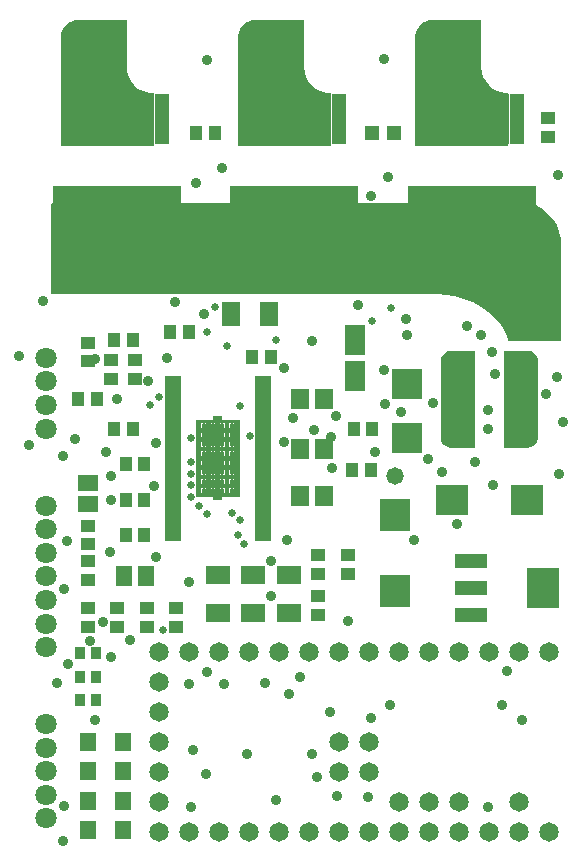
<source format=gts>
G04 Layer_Color=8388736*
%FSAX44Y44*%
%MOMM*%
G71*
G01*
G75*
%ADD43R,1.4224X1.6256*%
%ADD44R,1.5532X1.7532*%
%ADD45R,1.4732X0.5080*%
%ADD46R,1.1032X1.2032*%
%ADD47R,1.3532X1.6532*%
%ADD48R,1.5532X2.1032*%
%ADD49R,0.9032X1.1032*%
%ADD50R,2.7032X1.2032*%
%ADD51R,2.7032X3.5032*%
%ADD52R,2.5032X2.5032*%
%ADD53R,2.6032X2.8032*%
%ADD54R,1.2032X1.1032*%
%ADD55R,2.1032X1.5532*%
%ADD56R,1.6532X1.3532*%
%ADD57R,2.8032X2.6032*%
%ADD58R,1.7532X2.6032*%
G04:AMPARAMS|DCode=59|XSize=2.9032mm|YSize=8.2032mm|CornerRadius=1.4516mm|HoleSize=0mm|Usage=FLASHONLY|Rotation=0.000|XOffset=0mm|YOffset=0mm|HoleType=Round|Shape=RoundedRectangle|*
%AMROUNDEDRECTD59*
21,1,2.9032,5.3000,0,0,0.0*
21,1,0.0000,8.2032,0,0,0.0*
1,1,2.9032,0.0000,-2.6500*
1,1,2.9032,0.0000,-2.6500*
1,1,2.9032,0.0000,2.6500*
1,1,2.9032,0.0000,2.6500*
%
%ADD59ROUNDEDRECTD59*%
%ADD60R,1.2532X4.3532*%
%ADD61R,10.8032X9.0032*%
%ADD62R,1.3032X1.3032*%
%ADD63C,1.6510*%
%ADD64C,1.8034*%
%ADD65C,0.6604*%
%ADD66C,1.4732*%
%ADD67C,0.9144*%
%ADD68C,0.4572*%
G36*
X00784000Y00852385D02*
X00798685D01*
Y00849559D01*
Y00845559D01*
Y00841685D01*
Y00837685D01*
Y00833811D01*
Y00829811D01*
Y00825937D01*
Y00821937D01*
Y00818063D01*
Y00814063D01*
Y00810189D01*
Y00806189D01*
Y00802315D01*
Y00798315D01*
Y00794441D01*
Y00790441D01*
Y00787615D01*
X00784000D01*
Y00784450D01*
X00776000D01*
Y00787615D01*
X00761315D01*
Y00790441D01*
Y00794441D01*
Y00798315D01*
Y00802315D01*
Y00806189D01*
Y00810189D01*
Y00814063D01*
Y00818063D01*
Y00821937D01*
Y00825937D01*
Y00829811D01*
Y00833811D01*
Y00837685D01*
Y00841685D01*
Y00845559D01*
Y00849559D01*
Y00852385D01*
X00776000D01*
Y00855550D01*
X00784000D01*
Y00852385D01*
D02*
G37*
%LPC*%
G36*
X00785937Y00810189D02*
X00781937D01*
Y00806189D01*
X00785937D01*
Y00810189D01*
D02*
G37*
G36*
X00778063D02*
X00774063D01*
Y00806189D01*
X00778063D01*
Y00810189D01*
D02*
G37*
G36*
X00770189D02*
X00766189D01*
Y00806189D01*
X00770189D01*
Y00810189D01*
D02*
G37*
G36*
X00793811D02*
X00789811D01*
Y00806189D01*
X00793811D01*
Y00810189D01*
D02*
G37*
G36*
X00785937Y00818063D02*
X00781937D01*
Y00814063D01*
X00785937D01*
Y00818063D01*
D02*
G37*
G36*
X00778063D02*
X00774063D01*
Y00814063D01*
X00778063D01*
Y00818063D01*
D02*
G37*
G36*
X00770189D02*
X00766189D01*
Y00814063D01*
X00770189D01*
Y00818063D01*
D02*
G37*
G36*
X00793811Y00802315D02*
X00789811D01*
Y00798315D01*
X00793811D01*
Y00802315D01*
D02*
G37*
G36*
X00785937Y00794441D02*
X00781937D01*
Y00790441D01*
X00785937D01*
Y00794441D01*
D02*
G37*
G36*
X00778063D02*
X00774063D01*
Y00790441D01*
X00778063D01*
Y00794441D01*
D02*
G37*
G36*
X00770189D02*
X00766189D01*
Y00790441D01*
X00770189D01*
Y00794441D01*
D02*
G37*
G36*
X00793811D02*
X00789811D01*
Y00790441D01*
X00793811D01*
Y00794441D01*
D02*
G37*
G36*
X00785937Y00802315D02*
X00781937D01*
Y00798315D01*
X00785937D01*
Y00802315D01*
D02*
G37*
G36*
X00778063D02*
X00774063D01*
Y00798315D01*
X00778063D01*
Y00802315D01*
D02*
G37*
G36*
X00770189D02*
X00766189D01*
Y00798315D01*
X00770189D01*
Y00802315D01*
D02*
G37*
G36*
X00793811Y00818063D02*
X00789811D01*
Y00814063D01*
X00793811D01*
Y00818063D01*
D02*
G37*
G36*
X00785937Y00841685D02*
X00781937D01*
Y00837685D01*
X00785937D01*
Y00841685D01*
D02*
G37*
G36*
X00793811D02*
X00789811D01*
Y00837685D01*
X00793811D01*
Y00841685D01*
D02*
G37*
G36*
X00770189D02*
X00766189D01*
Y00837685D01*
X00770189D01*
Y00841685D01*
D02*
G37*
G36*
X00778063D02*
X00774063D01*
Y00837685D01*
X00778063D01*
Y00841685D01*
D02*
G37*
G36*
X00785937Y00849559D02*
X00781937D01*
Y00845559D01*
X00785937D01*
Y00849559D01*
D02*
G37*
G36*
X00793811D02*
X00789811D01*
Y00845559D01*
X00793811D01*
Y00849559D01*
D02*
G37*
G36*
X00770189D02*
X00766189D01*
Y00845559D01*
X00770189D01*
Y00849559D01*
D02*
G37*
G36*
X00778063D02*
X00774063D01*
Y00845559D01*
X00778063D01*
Y00849559D01*
D02*
G37*
G36*
X00785937Y00825937D02*
X00781937D01*
Y00821937D01*
X00785937D01*
Y00825937D01*
D02*
G37*
G36*
X00793811D02*
X00789811D01*
Y00821937D01*
X00793811D01*
Y00825937D01*
D02*
G37*
G36*
X00770189D02*
X00766189D01*
Y00821937D01*
X00770189D01*
Y00825937D01*
D02*
G37*
G36*
X00778063D02*
X00774063D01*
Y00821937D01*
X00778063D01*
Y00825937D01*
D02*
G37*
G36*
X00785937Y00833811D02*
X00781937D01*
Y00829811D01*
X00785937D01*
Y00833811D01*
D02*
G37*
G36*
X00793811D02*
X00789811D01*
Y00829811D01*
X00793811D01*
Y00833811D01*
D02*
G37*
G36*
X00770189D02*
X00766189D01*
Y00829811D01*
X00770189D01*
Y00833811D01*
D02*
G37*
G36*
X00778063D02*
X00774063D01*
Y00829811D01*
X00778063D01*
Y00833811D01*
D02*
G37*
%LPD*%
G36*
X01045035Y01036015D02*
X01045070Y01036015D01*
X01045101Y01036011D01*
X01045133Y01036009D01*
X01045167Y01036002D01*
X01045201Y01035998D01*
X01045232Y01035989D01*
X01045263Y01035983D01*
X01045296Y01035972D01*
X01045330Y01035963D01*
X01047943Y01035067D01*
X01047968Y01035056D01*
X01047994Y01035048D01*
X01048029Y01035031D01*
X01048065Y01035016D01*
X01048089Y01035002D01*
X01048114Y01034990D01*
X01055317Y01030912D01*
X01055343Y01030895D01*
X01055370Y01030880D01*
X01055399Y01030858D01*
X01055428Y01030839D01*
X01055452Y01030818D01*
X01055477Y01030800D01*
X01059905Y01027018D01*
X01059915Y01027008D01*
X01059925Y01027000D01*
X01059962Y01026962D01*
X01060001Y01026925D01*
X01060009Y01026914D01*
X01060018Y01026905D01*
X01063800Y01022476D01*
X01063808Y01022465D01*
X01063818Y01022456D01*
X01063848Y01022412D01*
X01063880Y01022370D01*
X01063887Y01022358D01*
X01063894Y01022347D01*
X01066937Y01017381D01*
X01066943Y01017370D01*
X01066951Y01017358D01*
X01066975Y01017310D01*
X01066999Y01017263D01*
X01067004Y01017251D01*
X01067010Y01017239D01*
X01069239Y01011858D01*
X01069243Y01011846D01*
X01069248Y01011834D01*
X01069264Y01011783D01*
X01069281Y01011732D01*
X01069284Y01011719D01*
X01069288Y01011706D01*
X01070647Y01006044D01*
X01070650Y01006031D01*
X01070653Y01006018D01*
X01070661Y01005965D01*
X01070670Y01005912D01*
X01070670Y01005899D01*
X01070672Y01005886D01*
X01071015Y01001534D01*
X01071015Y01001494D01*
X01071018Y01001454D01*
Y01000000D01*
X01071018Y01000000D01*
X01071018Y00920000D01*
X01071009Y00919867D01*
X01070983Y00919736D01*
X01070941Y00919610D01*
X01070882Y00919491D01*
X01070808Y00919380D01*
X01070720Y00919280D01*
X01070620Y00919192D01*
X01070509Y00919118D01*
X01070390Y00919059D01*
X01070264Y00919016D01*
X01070133Y00918990D01*
X01070000Y00918982D01*
X01026782D01*
X01026778Y00918982D01*
X01026775Y00918982D01*
X01026711Y00918987D01*
X01026649Y00918990D01*
X01026646Y00918991D01*
X01026642Y00918991D01*
X01026579Y00919005D01*
X01026518Y00919016D01*
X01026515Y00919018D01*
X01026512Y00919018D01*
X01026453Y00919038D01*
X01026392Y00919059D01*
X01026389Y00919061D01*
X01026386Y00919062D01*
X01026331Y00919090D01*
X01026273Y00919118D01*
X01026270Y00919120D01*
X01026267Y00919122D01*
X01026214Y00919158D01*
X01026162Y00919192D01*
X01026160Y00919194D01*
X01026157Y00919196D01*
X01026109Y00919239D01*
X01026062Y00919280D01*
X01026060Y00919283D01*
X01026057Y00919285D01*
X01026016Y00919332D01*
X01025974Y00919380D01*
X01025972Y00919383D01*
X01025970Y00919386D01*
X01025935Y00919440D01*
X01025900Y00919491D01*
X01025899Y00919494D01*
X01025897Y00919497D01*
X01025869Y00919554D01*
X01025841Y00919610D01*
X01025840Y00919614D01*
X01025839Y00919617D01*
X01025819Y00919676D01*
X01025798Y00919736D01*
X01025798Y00919740D01*
X01025797Y00919743D01*
X01025438Y00921121D01*
X01024067Y00925175D01*
X01021669Y00930037D01*
X01018659Y00934542D01*
X01015458Y00938158D01*
X01014298Y00939263D01*
X01014298Y00939263D01*
D01*
X01011716Y00941722D01*
X01003081Y00948126D01*
X00996064Y00952004D01*
X00988647Y00955076D01*
X00980933Y00957299D01*
X00973018Y00958644D01*
X00967006Y00958981D01*
X00965000Y00958981D01*
X00965000D01*
X00965000D01*
X00640000Y00958982D01*
X00639867Y00958990D01*
X00639737Y00959016D01*
X00639610Y00959059D01*
X00639491Y00959118D01*
X00639380Y00959192D01*
X00639280Y00959280D01*
X00639192Y00959380D01*
X00639118Y00959491D01*
X00639059Y00959610D01*
X00639016Y00959736D01*
X00638991Y00959867D01*
X00638982Y00960000D01*
Y01034270D01*
Y01034415D01*
D01*
Y01034415D01*
X00638991Y01034548D01*
X00639016Y01034679D01*
X00639031Y01034721D01*
X00639059Y01034805D01*
X00639059Y01034805D01*
X00639230Y01035218D01*
X00639230Y01035218D01*
X00639289Y01035337D01*
D01*
X00639290Y01035338D01*
X00639363Y01035448D01*
X00639439Y01035534D01*
X00639451Y01035548D01*
X00639451D01*
Y01035548D01*
X00639465Y01035561D01*
X00639551Y01035636D01*
X00639662Y01035710D01*
X00639662Y01035710D01*
D01*
X00639782Y01035769D01*
X00639782Y01035769D01*
X00640195Y01035940D01*
X00640195Y01035940D01*
X00640278Y01035968D01*
X00640321Y01035983D01*
X00640452Y01036009D01*
X00640584Y01036018D01*
X00640584D01*
D01*
X01045000D01*
X01045035Y01036015D01*
D02*
G37*
G36*
X00997133Y00911010D02*
X00997263Y00910984D01*
X00997390Y00910941D01*
X00997509Y00910882D01*
X00997620Y00910808D01*
X00997720Y00910720D01*
X00997808Y00910620D01*
X00997882Y00910509D01*
X00997941Y00910390D01*
X00997983Y00910264D01*
X00998009Y00910133D01*
X00998018Y00910000D01*
Y00830000D01*
X00998009Y00829867D01*
X00997983Y00829736D01*
X00997941Y00829610D01*
X00997882Y00829491D01*
X00997808Y00829380D01*
X00997720Y00829280D01*
X00997620Y00829192D01*
X00997509Y00829118D01*
X00997390Y00829059D01*
X00997263Y00829016D01*
X00997133Y00828990D01*
X00997000Y00828982D01*
X00977008D01*
X00976876Y00828990D01*
X00975409Y00829184D01*
X00975279Y00829210D01*
X00975153Y00829252D01*
X00973328Y00830008D01*
X00973208Y00830067D01*
X00973098Y00830141D01*
X00971531Y00831343D01*
X00971431Y00831431D01*
Y00831431D01*
X00971431D01*
X00971343Y00831531D01*
X00970141Y00833098D01*
X00970067Y00833209D01*
X00970037Y00833269D01*
X00970008Y00833328D01*
X00969252Y00835152D01*
X00969252Y00835153D01*
X00969224Y00835236D01*
X00969210Y00835279D01*
X00969184Y00835409D01*
Y00835409D01*
X00968990Y00836876D01*
X00968982Y00837008D01*
Y00837500D01*
Y00902500D01*
Y00902992D01*
X00968990Y00903124D01*
X00969184Y00904591D01*
X00969210Y00904722D01*
X00969252Y00904848D01*
X00970008Y00906672D01*
X00970067Y00906792D01*
X00970141Y00906902D01*
X00971343Y00908469D01*
X00971431Y00908569D01*
X00971531Y00908657D01*
X00971531Y00908657D01*
X00973098Y00909859D01*
X00973153Y00909896D01*
X00973208Y00909933D01*
X00973328Y00909992D01*
X00975152Y00910748D01*
X00975278Y00910790D01*
X00975409Y00910816D01*
X00976876Y00911010D01*
X00977008Y00911018D01*
X00977008D01*
X00977009D01*
X00977500Y00911018D01*
X00977500Y00911018D01*
X00997000D01*
X00997133Y00911010D01*
D02*
G37*
G36*
X01043124D02*
X01044591Y00910816D01*
X01044721Y00910790D01*
X01044847Y00910748D01*
X01046672Y00909992D01*
X01046792Y00909933D01*
X01046847Y00909896D01*
X01046902Y00909859D01*
X01048469Y00908657D01*
X01048569Y00908569D01*
X01048657Y00908469D01*
X01049859Y00906902D01*
X01049933Y00906792D01*
X01049992Y00906672D01*
X01050748Y00904847D01*
X01050790Y00904721D01*
X01050816Y00904591D01*
X01051010Y00903124D01*
X01051018Y00902992D01*
Y00902500D01*
Y00837500D01*
Y00837008D01*
X01051010Y00836876D01*
X01050816Y00835409D01*
Y00835409D01*
X01050790Y00835279D01*
X01050776Y00835236D01*
X01050748Y00835153D01*
X01050748Y00835152D01*
X01049992Y00833328D01*
X01049963Y00833269D01*
X01049933Y00833209D01*
X01049859Y00833098D01*
X01048657Y00831531D01*
X01048569Y00831431D01*
X01048569D01*
Y00831431D01*
X01048469Y00831343D01*
X01046902Y00830141D01*
X01046792Y00830067D01*
X01046672Y00830008D01*
X01044847Y00829252D01*
X01044721Y00829210D01*
X01044591Y00829184D01*
X01043124Y00828990D01*
X01042992Y00828982D01*
X01023000D01*
X01022867Y00828990D01*
X01022737Y00829016D01*
X01022610Y00829059D01*
X01022491Y00829118D01*
X01022380Y00829192D01*
X01022280Y00829280D01*
X01022192Y00829380D01*
X01022118Y00829491D01*
X01022059Y00829610D01*
X01022017Y00829736D01*
X01021991Y00829867D01*
X01021982Y00830000D01*
Y00910000D01*
X01021991Y00910133D01*
X01022017Y00910264D01*
X01022059Y00910390D01*
X01022118Y00910509D01*
X01022192Y00910620D01*
X01022280Y00910720D01*
X01022380Y00910808D01*
X01022491Y00910882D01*
X01022610Y00910941D01*
X01022737Y00910984D01*
X01022867Y00911010D01*
X01023000Y00911018D01*
X01042992D01*
X01043124Y00911010D01*
D02*
G37*
G36*
X01002317Y01191010D02*
X01002447Y01190984D01*
X01002573Y01190941D01*
X01002693Y01190882D01*
X01002804Y01190808D01*
X01002904Y01190720D01*
X01002991Y01190620D01*
X01003065Y01190509D01*
X01003124Y01190390D01*
X01003167Y01190264D01*
X01003193Y01190133D01*
X01003202Y01190000D01*
Y01151252D01*
Y01150181D01*
X01003517Y01146979D01*
X01004764Y01142870D01*
X01006788Y01139083D01*
X01009512Y01135764D01*
X01012831Y01133040D01*
X01016596Y01131028D01*
X01022878Y01129454D01*
X01025000D01*
X01025133Y01129445D01*
X01025264Y01129419D01*
X01025390Y01129376D01*
X01025509Y01129317D01*
X01025620Y01129243D01*
X01025720Y01129156D01*
X01025808Y01129055D01*
X01025882Y01128945D01*
X01025941Y01128825D01*
X01025984Y01128699D01*
X01026010Y01128569D01*
X01026018Y01128436D01*
Y01085000D01*
X01026010Y01084867D01*
X01025984Y01084736D01*
X01025941Y01084610D01*
X01025882Y01084491D01*
X01025808Y01084380D01*
X01025720Y01084280D01*
X01025620Y01084192D01*
X01025509Y01084118D01*
X01025390Y01084059D01*
X01025264Y01084016D01*
X01025133Y01083990D01*
X01025000Y01083982D01*
X00948303D01*
X00948170Y01083990D01*
X00948039Y01084016D01*
X00947913Y01084059D01*
X00947794Y01084118D01*
X00947683Y01084192D01*
X00947583Y01084280D01*
X00947495Y01084380D01*
X00947421Y01084491D01*
X00947362Y01084610D01*
X00947319Y01084736D01*
X00947293Y01084867D01*
X00947285Y01085000D01*
Y01176232D01*
Y01177134D01*
X00947293Y01177267D01*
X00947648Y01179959D01*
X00947674Y01180090D01*
X00947717Y01180216D01*
X00949104Y01183565D01*
X00949163Y01183684D01*
X00949187Y01183721D01*
X00949237Y01183795D01*
X00951444Y01186671D01*
X00951532Y01186771D01*
X00951632Y01186859D01*
X00954508Y01189066D01*
X00954619Y01189140D01*
X00954738Y01189199D01*
X00958087Y01190586D01*
X00958087Y01190586D01*
X00958170Y01190615D01*
X00958213Y01190629D01*
X00958344Y01190655D01*
X00958344D01*
X00961036Y01191010D01*
X00961169Y01191018D01*
X00961169D01*
D01*
X01002184D01*
X01002317Y01191010D01*
D02*
G37*
G36*
X00852317D02*
X00852447Y01190984D01*
X00852573Y01190941D01*
X00852693Y01190882D01*
X00852804Y01190808D01*
X00852904Y01190720D01*
X00852991Y01190620D01*
X00853065Y01190509D01*
X00853124Y01190390D01*
X00853167Y01190264D01*
X00853193Y01190133D01*
X00853202Y01190000D01*
Y01151252D01*
Y01150181D01*
X00853517Y01146979D01*
X00854764Y01142870D01*
X00856788Y01139083D01*
X00859512Y01135764D01*
X00862831Y01133040D01*
X00866596Y01131028D01*
X00872878Y01129454D01*
X00875000D01*
X00875133Y01129445D01*
X00875264Y01129419D01*
X00875390Y01129376D01*
X00875509Y01129317D01*
X00875620Y01129243D01*
X00875720Y01129156D01*
X00875808Y01129055D01*
X00875882Y01128945D01*
X00875941Y01128825D01*
X00875984Y01128699D01*
X00876010Y01128569D01*
X00876018Y01128436D01*
Y01085000D01*
X00876010Y01084867D01*
X00875984Y01084736D01*
X00875941Y01084610D01*
X00875882Y01084491D01*
X00875808Y01084380D01*
X00875720Y01084280D01*
X00875620Y01084192D01*
X00875509Y01084118D01*
X00875390Y01084059D01*
X00875264Y01084016D01*
X00875133Y01083990D01*
X00875000Y01083982D01*
X00798303D01*
X00798170Y01083990D01*
X00798039Y01084016D01*
X00797913Y01084059D01*
X00797794Y01084118D01*
X00797683Y01084192D01*
X00797583Y01084280D01*
X00797495Y01084380D01*
X00797421Y01084491D01*
X00797362Y01084610D01*
X00797319Y01084736D01*
X00797293Y01084867D01*
X00797285Y01085000D01*
Y01176232D01*
Y01177134D01*
X00797293Y01177267D01*
X00797648Y01179959D01*
X00797674Y01180090D01*
X00797717Y01180216D01*
X00799104Y01183565D01*
X00799163Y01183684D01*
X00799187Y01183721D01*
X00799237Y01183795D01*
X00801444Y01186671D01*
X00801532Y01186771D01*
X00801632Y01186859D01*
X00804508Y01189066D01*
X00804619Y01189140D01*
X00804738Y01189199D01*
X00808087Y01190586D01*
X00808087Y01190586D01*
X00808170Y01190615D01*
X00808213Y01190629D01*
X00808344Y01190655D01*
X00808344D01*
X00811036Y01191010D01*
X00811169Y01191018D01*
X00811169D01*
D01*
X00852184D01*
X00852317Y01191010D01*
D02*
G37*
G36*
X00702317D02*
X00702447Y01190984D01*
X00702573Y01190941D01*
X00702693Y01190882D01*
X00702804Y01190808D01*
X00702904Y01190720D01*
X00702991Y01190620D01*
X00703065Y01190509D01*
X00703124Y01190390D01*
X00703167Y01190264D01*
X00703193Y01190133D01*
X00703202Y01190000D01*
Y01151252D01*
Y01150181D01*
X00703517Y01146979D01*
X00704764Y01142870D01*
X00706788Y01139083D01*
X00709512Y01135764D01*
X00712831Y01133040D01*
X00716596Y01131028D01*
X00722878Y01129454D01*
X00725000D01*
X00725133Y01129445D01*
X00725264Y01129419D01*
X00725390Y01129376D01*
X00725509Y01129317D01*
X00725620Y01129243D01*
X00725720Y01129156D01*
X00725808Y01129055D01*
X00725882Y01128945D01*
X00725941Y01128825D01*
X00725984Y01128699D01*
X00726010Y01128569D01*
X00726018Y01128436D01*
Y01085000D01*
X00726010Y01084867D01*
X00725984Y01084736D01*
X00725941Y01084610D01*
X00725882Y01084491D01*
X00725808Y01084380D01*
X00725720Y01084280D01*
X00725620Y01084192D01*
X00725509Y01084118D01*
X00725390Y01084059D01*
X00725264Y01084016D01*
X00725133Y01083990D01*
X00725000Y01083982D01*
X00648303D01*
X00648170Y01083990D01*
X00648039Y01084016D01*
X00647913Y01084059D01*
X00647794Y01084118D01*
X00647683Y01084192D01*
X00647583Y01084280D01*
X00647495Y01084380D01*
X00647421Y01084491D01*
X00647362Y01084610D01*
X00647319Y01084736D01*
X00647293Y01084867D01*
X00647285Y01085000D01*
Y01176232D01*
Y01177134D01*
X00647293Y01177267D01*
X00647648Y01179959D01*
X00647674Y01180090D01*
X00647717Y01180216D01*
X00649104Y01183565D01*
X00649163Y01183684D01*
X00649187Y01183721D01*
X00649237Y01183795D01*
X00651444Y01186671D01*
X00651532Y01186771D01*
X00651632Y01186859D01*
X00654508Y01189066D01*
X00654619Y01189140D01*
X00654738Y01189199D01*
X00658087Y01190586D01*
X00658087Y01190586D01*
X00658170Y01190615D01*
X00658213Y01190629D01*
X00658344Y01190655D01*
X00658344D01*
X00661036Y01191010D01*
X00661169Y01191018D01*
X00661169D01*
D01*
X00702184D01*
X00702317Y01191010D01*
D02*
G37*
D43*
X00700000Y00580000D02*
D03*
X00669760D02*
D03*
X00700000Y00555000D02*
D03*
X00669760D02*
D03*
X00700000Y00530000D02*
D03*
X00669760D02*
D03*
X00700000Y00505000D02*
D03*
X00669760D02*
D03*
D44*
X00850000Y00870000D02*
D03*
X00870000D02*
D03*
X00850000Y00828000D02*
D03*
X00870000D02*
D03*
X00870000Y00787710D02*
D03*
X00850000D02*
D03*
D45*
X00818227Y00887500D02*
D03*
Y00882500D02*
D03*
Y00877500D02*
D03*
Y00872500D02*
D03*
Y00867500D02*
D03*
Y00862500D02*
D03*
Y00857500D02*
D03*
Y00852500D02*
D03*
Y00847500D02*
D03*
Y00842500D02*
D03*
Y00837500D02*
D03*
Y00832500D02*
D03*
Y00827500D02*
D03*
Y00822500D02*
D03*
Y00817500D02*
D03*
Y00812500D02*
D03*
Y00807500D02*
D03*
Y00802500D02*
D03*
Y00797500D02*
D03*
Y00792500D02*
D03*
Y00787500D02*
D03*
Y00782500D02*
D03*
Y00777500D02*
D03*
Y00772500D02*
D03*
Y00767500D02*
D03*
Y00762500D02*
D03*
Y00757500D02*
D03*
Y00752500D02*
D03*
X00741773D02*
D03*
Y00757500D02*
D03*
Y00762500D02*
D03*
Y00767500D02*
D03*
Y00772500D02*
D03*
Y00777500D02*
D03*
Y00782500D02*
D03*
Y00787500D02*
D03*
Y00792500D02*
D03*
Y00797500D02*
D03*
Y00802500D02*
D03*
Y00807500D02*
D03*
Y00812500D02*
D03*
Y00817500D02*
D03*
Y00822500D02*
D03*
Y00827500D02*
D03*
Y00832500D02*
D03*
Y00837500D02*
D03*
Y00842500D02*
D03*
Y00847500D02*
D03*
Y00852500D02*
D03*
Y00857500D02*
D03*
Y00862500D02*
D03*
Y00867500D02*
D03*
Y00872500D02*
D03*
Y00877500D02*
D03*
Y00882500D02*
D03*
Y00887500D02*
D03*
D46*
X00662000Y00870000D02*
D03*
X00678000D02*
D03*
X00708000Y00920000D02*
D03*
X00692000D02*
D03*
X00911000Y00845000D02*
D03*
X00895000D02*
D03*
X00809000Y00906000D02*
D03*
X00825000D02*
D03*
X00894000Y00810000D02*
D03*
X00910000D02*
D03*
X00718000Y00815000D02*
D03*
X00702000D02*
D03*
X00718000Y00785000D02*
D03*
X00702000D02*
D03*
X00718000Y00755000D02*
D03*
X00702000D02*
D03*
X00762000Y01095000D02*
D03*
X00778000D02*
D03*
X00756000Y00927000D02*
D03*
X00740000D02*
D03*
X00692000Y00845000D02*
D03*
X00708000D02*
D03*
D47*
X00701000Y00720000D02*
D03*
X00719000D02*
D03*
D48*
X00823000Y00942000D02*
D03*
X00791000D02*
D03*
D49*
X00677000Y00655000D02*
D03*
X00663000D02*
D03*
X00677000Y00635000D02*
D03*
X00663000D02*
D03*
X00677000Y00615000D02*
D03*
X00663000D02*
D03*
D50*
X00994500Y00687000D02*
D03*
Y00733000D02*
D03*
Y00710000D02*
D03*
D51*
X01055500D02*
D03*
D52*
X00940000Y00837500D02*
D03*
Y00882500D02*
D03*
D53*
X00929930Y00707980D02*
D03*
Y00771980D02*
D03*
D54*
X00890000Y00722000D02*
D03*
Y00738000D02*
D03*
X00865000Y00722000D02*
D03*
Y00738000D02*
D03*
X00670000Y00918000D02*
D03*
Y00902000D02*
D03*
X00865000Y00703000D02*
D03*
Y00687000D02*
D03*
X00690000Y00887000D02*
D03*
Y00903000D02*
D03*
X00710000Y00887000D02*
D03*
Y00903000D02*
D03*
X00670000Y00747000D02*
D03*
Y00763000D02*
D03*
X00670000Y00717000D02*
D03*
Y00733000D02*
D03*
X01060000Y01108000D02*
D03*
Y01092000D02*
D03*
X00670000Y00677000D02*
D03*
Y00693000D02*
D03*
X00695000Y00677000D02*
D03*
Y00693000D02*
D03*
X00720000Y00677000D02*
D03*
Y00693000D02*
D03*
X00745000Y00677000D02*
D03*
Y00693000D02*
D03*
D55*
X00840000Y00721000D02*
D03*
Y00689000D02*
D03*
X00810000Y00721000D02*
D03*
Y00689000D02*
D03*
X00780000Y00721000D02*
D03*
Y00689000D02*
D03*
D56*
X00670000Y00799000D02*
D03*
Y00781000D02*
D03*
D57*
X01042020Y00784930D02*
D03*
X00978020D02*
D03*
D58*
X00896000Y00889750D02*
D03*
Y00920250D02*
D03*
D59*
X01036500Y00870000D02*
D03*
X00983500D02*
D03*
D60*
X00733100Y01107500D02*
D03*
X00720400D02*
D03*
X00707700D02*
D03*
X00682300D02*
D03*
X00669600D02*
D03*
X00656900D02*
D03*
X00883100D02*
D03*
X00870400D02*
D03*
X00857700D02*
D03*
X00832300D02*
D03*
X00819600D02*
D03*
X00806900D02*
D03*
X01033100Y01107500D02*
D03*
X01020400D02*
D03*
X01007700D02*
D03*
X00982300D02*
D03*
X00969600D02*
D03*
X00956900D02*
D03*
D61*
X00695000Y01005500D02*
D03*
X00845000D02*
D03*
X00995000Y01005500D02*
D03*
D62*
X00911000Y01095000D02*
D03*
X00929000D02*
D03*
D63*
X00729900Y00554600D02*
D03*
X01060100Y00503800D02*
D03*
X00729900Y00529200D02*
D03*
X00907700Y00580000D02*
D03*
X00882300D02*
D03*
X00907700Y00554600D02*
D03*
X00882300D02*
D03*
X00933100Y00529200D02*
D03*
X00958500D02*
D03*
X00983900D02*
D03*
X01034700D02*
D03*
Y00503800D02*
D03*
X01009300D02*
D03*
X00983900D02*
D03*
X00958500D02*
D03*
X00933100D02*
D03*
X00907700D02*
D03*
X00882300D02*
D03*
X00856900D02*
D03*
X00831500D02*
D03*
X00806100D02*
D03*
X00780700D02*
D03*
X00755300D02*
D03*
X00729900D02*
D03*
Y00580000D02*
D03*
Y00605400D02*
D03*
Y00630800D02*
D03*
Y00656200D02*
D03*
X00755300D02*
D03*
X00780700D02*
D03*
X00806100D02*
D03*
X00831500D02*
D03*
X00856900D02*
D03*
X00882300D02*
D03*
X00907700D02*
D03*
X00933100D02*
D03*
X00958500D02*
D03*
X00983900D02*
D03*
X01009300D02*
D03*
X01034700D02*
D03*
X01060100D02*
D03*
D64*
X00635000Y00905066D02*
D03*
Y00885000D02*
D03*
Y00865000D02*
D03*
Y00845000D02*
D03*
Y00660000D02*
D03*
Y00680000D02*
D03*
Y00700000D02*
D03*
Y00780000D02*
D03*
Y00720066D02*
D03*
Y00740132D02*
D03*
Y00760000D02*
D03*
Y00535000D02*
D03*
Y00575066D02*
D03*
Y00595132D02*
D03*
Y00515000D02*
D03*
Y00555000D02*
D03*
D65*
X00791998Y00773998D02*
D03*
X00798998Y00767999D02*
D03*
X00757000Y00807000D02*
D03*
Y00817000D02*
D03*
X00927000Y00947000D02*
D03*
X00911000Y00936000D02*
D03*
X00828998Y00919998D02*
D03*
X00757000Y00787000D02*
D03*
X00802000Y00747000D02*
D03*
X00796998Y00754998D02*
D03*
X00806998Y00838998D02*
D03*
X00771004Y00927298D02*
D03*
X00777390Y00948390D02*
D03*
X00757000Y00837000D02*
D03*
X00730000Y00872000D02*
D03*
X00723000Y00864834D02*
D03*
X00771000Y00773000D02*
D03*
X00764000Y00780000D02*
D03*
X00757000Y00797000D02*
D03*
X00734000Y00675000D02*
D03*
X00787998Y00914998D02*
D03*
X00798998Y00863998D02*
D03*
D66*
X00930000Y00805000D02*
D03*
D67*
X00913427Y00825570D02*
D03*
X01008998Y00860998D02*
D03*
X00805000Y00570000D02*
D03*
X00926000Y00611000D02*
D03*
X00890000Y00682160D02*
D03*
X01025000Y00640000D02*
D03*
X00909998Y00599999D02*
D03*
X00850000Y00635000D02*
D03*
X00955000Y01115000D02*
D03*
Y01100000D02*
D03*
X00970000Y01115000D02*
D03*
Y01100000D02*
D03*
X00985000D02*
D03*
Y01115000D02*
D03*
X01000000Y01100000D02*
D03*
Y01115000D02*
D03*
X01015000D02*
D03*
Y01100000D02*
D03*
X00805000Y01115000D02*
D03*
Y01100000D02*
D03*
X00820000Y01115000D02*
D03*
Y01100000D02*
D03*
X00835000D02*
D03*
Y01115000D02*
D03*
X00850000Y01100000D02*
D03*
Y01115000D02*
D03*
X00865000D02*
D03*
Y01100000D02*
D03*
X00715000D02*
D03*
Y01115000D02*
D03*
X00700000D02*
D03*
Y01100000D02*
D03*
X00685000Y01115000D02*
D03*
Y01100000D02*
D03*
X00670000D02*
D03*
Y01115000D02*
D03*
X00655000Y01100000D02*
D03*
Y01115000D02*
D03*
X01045000Y00945000D02*
D03*
X01060000D02*
D03*
Y00930000D02*
D03*
X01030000D02*
D03*
Y00945000D02*
D03*
X01045000Y00930000D02*
D03*
X00689999Y00784998D02*
D03*
X00685000Y00825000D02*
D03*
X00689999Y00804998D02*
D03*
X00726447Y00796447D02*
D03*
X00658902Y00836098D02*
D03*
X00649000Y00822000D02*
D03*
X00935000Y00859000D02*
D03*
X00835900Y00833409D02*
D03*
X00880000Y00856000D02*
D03*
X00705999Y00665999D02*
D03*
X00875998Y00837998D02*
D03*
X00962000Y00867000D02*
D03*
X00923998Y01057998D02*
D03*
X00909398Y01042398D02*
D03*
X00861905Y00843905D02*
D03*
X00762000Y01053000D02*
D03*
X00784000Y01066000D02*
D03*
X00969998Y00807998D02*
D03*
X00998000Y00817000D02*
D03*
X01013000Y00797000D02*
D03*
X01067000Y00889000D02*
D03*
X01009000Y00845000D02*
D03*
X01072000Y00851000D02*
D03*
X01057998Y00873998D02*
D03*
X00727460Y00736540D02*
D03*
X00689000Y00741000D02*
D03*
X00860000Y00570000D02*
D03*
X00829000Y00531000D02*
D03*
X00881000Y00534000D02*
D03*
X00863998Y00549999D02*
D03*
X00907235Y00533517D02*
D03*
X00682650Y00681731D02*
D03*
X00649999Y00708999D02*
D03*
X00651999Y00749998D02*
D03*
X00649999Y00525999D02*
D03*
X00649000Y00496000D02*
D03*
X00643999Y00629999D02*
D03*
X00652999Y00645999D02*
D03*
X00676000Y00598000D02*
D03*
X00671999Y00664999D02*
D03*
X00689999Y00651999D02*
D03*
X00839000Y00751000D02*
D03*
X00620315Y00831400D02*
D03*
X00737000Y00905000D02*
D03*
X00632000Y00953000D02*
D03*
X00743998Y00951998D02*
D03*
X01068000Y01060000D02*
D03*
X00612000Y00907000D02*
D03*
X00771000Y01157000D02*
D03*
X00921000Y01158000D02*
D03*
X01069000Y00807000D02*
D03*
X00946000Y00751000D02*
D03*
X00983000Y00764000D02*
D03*
X00958000Y00819000D02*
D03*
X00921998Y00865998D02*
D03*
X00921000Y00895000D02*
D03*
X00825000Y00703000D02*
D03*
X00875000Y00605000D02*
D03*
X00820000Y00630000D02*
D03*
X00840000Y00620000D02*
D03*
X01009000Y00525000D02*
D03*
X01038000Y00598000D02*
D03*
X01021000Y00611000D02*
D03*
X00939000Y00938000D02*
D03*
X00899000Y00950000D02*
D03*
X00939850Y00923987D02*
D03*
X00990998Y00931998D02*
D03*
X01002804Y00924430D02*
D03*
X01014998Y00890998D02*
D03*
X01011998Y00909998D02*
D03*
X00876998Y00811998D02*
D03*
X00843998Y00853998D02*
D03*
X00825000Y00733000D02*
D03*
X00767999Y00941998D02*
D03*
X00721000Y00885000D02*
D03*
X00695000Y00870000D02*
D03*
X00676000Y00904000D02*
D03*
X00860000Y00919000D02*
D03*
X00836000Y00896000D02*
D03*
X00727999Y00832999D02*
D03*
X00755999Y00714999D02*
D03*
X00759000Y00573000D02*
D03*
X00769998Y00552999D02*
D03*
X00755999Y00628999D02*
D03*
X00785000Y00629000D02*
D03*
X00770999Y00638999D02*
D03*
X00757000Y00525000D02*
D03*
D68*
X00768189Y00800315D02*
D03*
X00776063D02*
D03*
Y00808189D02*
D03*
X00768189D02*
D03*
X00776063Y00816063D02*
D03*
X00768189D02*
D03*
X00776063Y00823937D02*
D03*
X00768189D02*
D03*
Y00831811D02*
D03*
X00776063Y00839685D02*
D03*
X00768189D02*
D03*
X00776063Y00847559D02*
D03*
X00768189D02*
D03*
X00776063Y00831811D02*
D03*
X00791811Y00847559D02*
D03*
Y00839685D02*
D03*
Y00831811D02*
D03*
Y00823937D02*
D03*
Y00816063D02*
D03*
X00783937Y00847559D02*
D03*
Y00839685D02*
D03*
Y00831811D02*
D03*
Y00823937D02*
D03*
Y00816063D02*
D03*
Y00808189D02*
D03*
X00776063Y00792441D02*
D03*
X00783937Y00800315D02*
D03*
Y00792441D02*
D03*
X00791811Y00808189D02*
D03*
Y00800315D02*
D03*
Y00792441D02*
D03*
X00768189D02*
D03*
M02*

</source>
